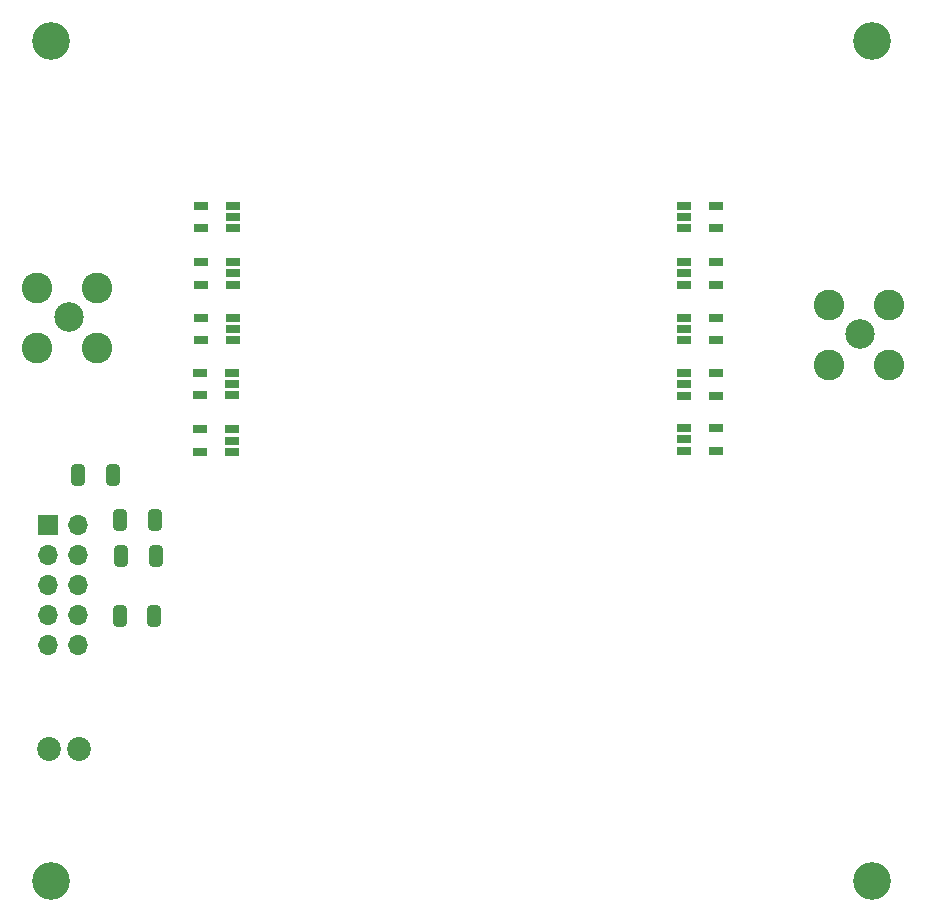
<source format=gbs>
G04 #@! TF.GenerationSoftware,KiCad,Pcbnew,7.0.5*
G04 #@! TF.CreationDate,2023-06-23T16:46:23-04:00*
G04 #@! TF.ProjectId,sdt_lpf,7364745f-6c70-4662-9e6b-696361645f70,rev?*
G04 #@! TF.SameCoordinates,PX62de0f0PY8af5bb0*
G04 #@! TF.FileFunction,Soldermask,Bot*
G04 #@! TF.FilePolarity,Negative*
%FSLAX46Y46*%
G04 Gerber Fmt 4.6, Leading zero omitted, Abs format (unit mm)*
G04 Created by KiCad (PCBNEW 7.0.5) date 2023-06-23 16:46:23*
%MOMM*%
%LPD*%
G01*
G04 APERTURE LIST*
G04 Aperture macros list*
%AMRoundRect*
0 Rectangle with rounded corners*
0 $1 Rounding radius*
0 $2 $3 $4 $5 $6 $7 $8 $9 X,Y pos of 4 corners*
0 Add a 4 corners polygon primitive as box body*
4,1,4,$2,$3,$4,$5,$6,$7,$8,$9,$2,$3,0*
0 Add four circle primitives for the rounded corners*
1,1,$1+$1,$2,$3*
1,1,$1+$1,$4,$5*
1,1,$1+$1,$6,$7*
1,1,$1+$1,$8,$9*
0 Add four rect primitives between the rounded corners*
20,1,$1+$1,$2,$3,$4,$5,0*
20,1,$1+$1,$4,$5,$6,$7,0*
20,1,$1+$1,$6,$7,$8,$9,0*
20,1,$1+$1,$8,$9,$2,$3,0*%
G04 Aperture macros list end*
%ADD10RoundRect,0.250000X0.325000X0.650000X-0.325000X0.650000X-0.325000X-0.650000X0.325000X-0.650000X0*%
%ADD11C,2.020000*%
%ADD12C,3.200000*%
%ADD13C,2.500000*%
%ADD14C,2.600000*%
%ADD15R,1.700000X1.700000*%
%ADD16O,1.700000X1.700000*%
%ADD17RoundRect,0.070000X-0.525000X0.300000X-0.525000X-0.300000X0.525000X-0.300000X0.525000X0.300000X0*%
%ADD18RoundRect,0.070000X0.525000X-0.300000X0.525000X0.300000X-0.525000X0.300000X-0.525000X-0.300000X0*%
G04 APERTURE END LIST*
D10*
X8725000Y22450000D03*
X5775000Y22450000D03*
D11*
X2300000Y11150000D03*
X-240000Y11150000D03*
D12*
X-50000Y71150000D03*
X69500000Y71100000D03*
D13*
X1460000Y47735000D03*
D14*
X-1180000Y50200000D03*
X3900000Y50200000D03*
X3900000Y45120000D03*
X-1180000Y45120000D03*
D15*
X-250000Y30130000D03*
D16*
X2290000Y30130000D03*
X-250000Y27590000D03*
X2290000Y27590000D03*
X-250000Y25050000D03*
X2290000Y25050000D03*
X-250000Y22510000D03*
X2290000Y22510000D03*
X-250000Y19970000D03*
X2290000Y19970000D03*
D13*
X68440000Y46335000D03*
D14*
X65800000Y48800000D03*
X70880000Y48800000D03*
X70880000Y43720000D03*
X65800000Y43720000D03*
D10*
X8825000Y27500000D03*
X5875000Y27500000D03*
D12*
X69500000Y0D03*
X0Y0D03*
D10*
X8775000Y30600000D03*
X5825000Y30600000D03*
X5225000Y34350000D03*
X2275000Y34350000D03*
D17*
X15350000Y47700000D03*
X15350000Y46750000D03*
X15350000Y45800000D03*
X12650000Y45800000D03*
X12650000Y47700000D03*
X15350000Y57200000D03*
X15350000Y56250000D03*
X15350000Y55300000D03*
X12650000Y55300000D03*
X12650000Y57200000D03*
X15300000Y43050000D03*
X15300000Y42100000D03*
X15300000Y41150000D03*
X12600000Y41150000D03*
X12600000Y43050000D03*
D18*
X53550000Y55300000D03*
X53550000Y56250000D03*
X53550000Y57200000D03*
X56250000Y57200000D03*
X56250000Y55300000D03*
X53550000Y41100000D03*
X53550000Y42050000D03*
X53550000Y43000000D03*
X56250000Y43000000D03*
X56250000Y41100000D03*
D17*
X15300000Y38250000D03*
X15300000Y37300000D03*
X15300000Y36350000D03*
X12600000Y36350000D03*
X12600000Y38250000D03*
X15350000Y52400000D03*
X15350000Y51450000D03*
X15350000Y50500000D03*
X12650000Y50500000D03*
X12650000Y52400000D03*
D18*
X53550000Y45800000D03*
X53550000Y46750000D03*
X53550000Y47700000D03*
X56250000Y47700000D03*
X56250000Y45800000D03*
X53550000Y36450000D03*
X53550000Y37400000D03*
X53550000Y38350000D03*
X56250000Y38350000D03*
X56250000Y36450000D03*
X53550000Y50500000D03*
X53550000Y51450000D03*
X53550000Y52400000D03*
X56250000Y52400000D03*
X56250000Y50500000D03*
M02*

</source>
